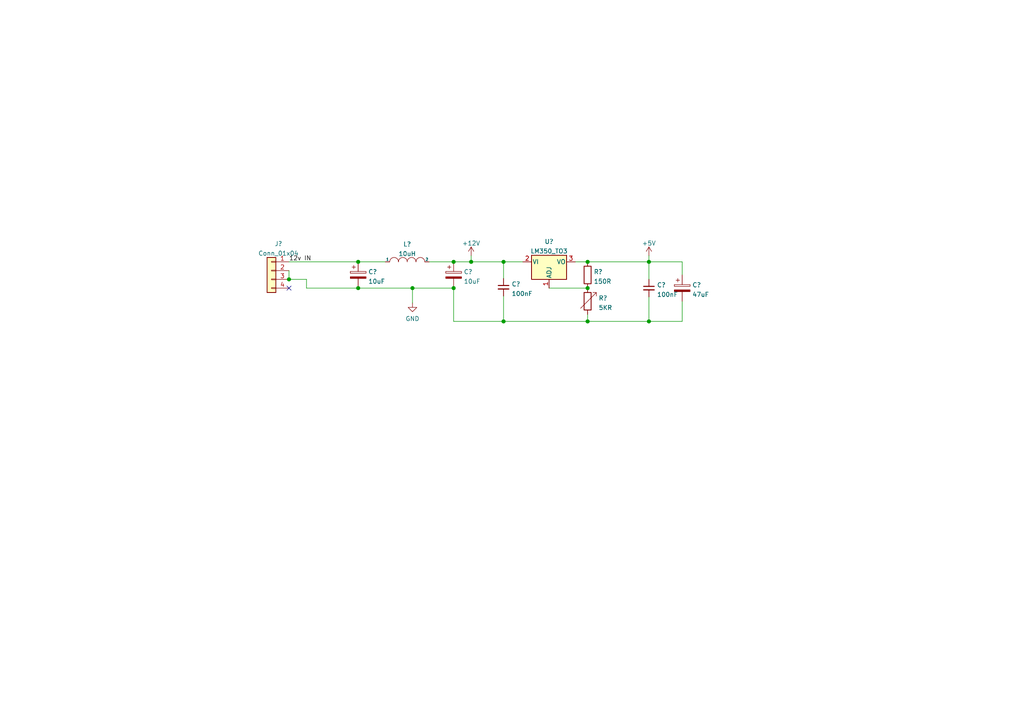
<source format=kicad_sch>
(kicad_sch (version 20210621) (generator eeschema)
  (paper "A4")
  (lib_symbols
    (symbol "Connector_Generic:Conn_01x04" (pin_names (offset 1.016) hide)
      (property "Reference" "J" (at 0 5.08 0))
      (property "Value" "Conn_01x04" (at 0 -7.62 0))
      (symbol "Conn_01x04_1_1"
        (rectangle (start -1.27 -4.953) (end 0 -5.207) (stroke (width 0.1524)))
        (rectangle (start -1.27 -2.413) (end 0 -2.667) (stroke (width 0.1524)))
        (rectangle (start -1.27 0.127) (end 0 -0.127) (stroke (width 0.1524)))
        (rectangle (start -1.27 2.667) (end 0 2.413) (stroke (width 0.1524)))
        (rectangle (start -1.27 3.81) (end 1.27 -6.35) (stroke (width 0.254)) (fill (type background)))
        (pin passive line (at -5.08 2.54 0) (length 3.81) (name "Pin_1") (number "1"))
        (pin passive line (at -5.08 0 0) (length 3.81) (name "Pin_2") (number "2"))
        (pin passive line (at -5.08 -2.54 0) (length 3.81) (name "Pin_3") (number "3"))
        (pin passive line (at -5.08 -5.08 0) (length 3.81) (name "Pin_4") (number "4"))
      )
    )
    (symbol "Device:CP" (pin_numbers hide) (pin_names (offset 0.254))
      (property "Reference" "C" (at 0.635 2.54 0))
      (property "Value" "CP" (at 0.635 -2.54 0))
      (symbol "CP_0_1"
        (rectangle (start -2.286 0.508) (end 2.286 1.016))
        (rectangle (start 2.286 -0.508) (end -2.286 -1.016) (fill (type outline)))
        (polyline (pts (xy -1.778 2.286) (xy -0.762 2.286)))
        (polyline (pts (xy -1.27 2.794) (xy -1.27 1.778)))
      )
      (symbol "CP_1_1"
        (pin passive line (at 0 3.81 270) (length 2.794) (name "~") (number "1"))
        (pin passive line (at 0 -3.81 90) (length 2.794) (name "~") (number "2"))
      )
    )
    (symbol "Device:C_Small" (pin_numbers hide) (pin_names (offset 0.254) hide)
      (property "Reference" "C" (at 0.254 1.778 0))
      (property "Value" "C_Small" (at 0.254 -2.032 0))
      (symbol "C_Small_0_1"
        (polyline (pts (xy -1.524 -0.508) (xy 1.524 -0.508)) (stroke (width 0.3302)))
        (polyline (pts (xy -1.524 0.508) (xy 1.524 0.508)) (stroke (width 0.3048)))
      )
      (symbol "C_Small_1_1"
        (pin passive line (at 0 2.54 270) (length 2.032) (name "~") (number "1"))
        (pin passive line (at 0 -2.54 90) (length 2.032) (name "~") (number "2"))
      )
    )
    (symbol "Device:R" (pin_numbers hide) (pin_names (offset 0))
      (property "Reference" "R" (at 2.032 0 90))
      (property "Value" "R" (at 0 0 90))
      (symbol "R_0_1"
        (rectangle (start -1.016 -2.54) (end 1.016 2.54) (stroke (width 0.254)))
      )
      (symbol "R_1_1"
        (pin passive line (at 0 3.81 270) (length 1.27) (name "~") (number "1"))
        (pin passive line (at 0 -3.81 90) (length 1.27) (name "~") (number "2"))
      )
    )
    (symbol "Device:R_Variable" (pin_numbers hide) (pin_names (offset 0))
      (property "Reference" "R" (at 2.54 -2.54 90))
      (property "Value" "R_Variable" (at -2.54 -1.27 90))
      (symbol "R_Variable_0_1"
        (rectangle (start -1.016 -2.54) (end 1.016 2.54) (stroke (width 0.254)))
        (polyline (pts (xy 2.54 1.524) (xy 2.54 2.54) (xy 1.524 2.54) (xy 2.54 2.54) (xy -2.032 -2.032)))
      )
      (symbol "R_Variable_1_1"
        (pin passive line (at 0 3.81 270) (length 1.27) (name "~") (number "1"))
        (pin passive line (at 0 -3.81 90) (length 1.27) (name "~") (number "2"))
      )
    )
    (symbol "Regulator_Linear:LM350_TO3" (pin_names (offset 0.254))
      (property "Reference" "U" (at -3.81 3.175 0))
      (property "Value" "LM350_TO3" (at 0 3.175 0))
      (symbol "LM350_TO3_0_1"
        (rectangle (start -5.08 1.905) (end 5.08 -5.08) (stroke (width 0.254)) (fill (type background)))
      )
      (symbol "LM350_TO3_1_1"
        (pin input line (at 0 -7.62 90) (length 2.54) (name "ADJ") (number "1"))
        (pin power_in line (at -7.62 0 0) (length 2.54) (name "VI") (number "2"))
        (pin power_out line (at 7.62 0 180) (length 2.54) (name "VO") (number "3"))
      )
    )
    (symbol "power:+12V" (power) (pin_names (offset 0))
      (property "Value" "+12V" (at 0 3.556 0))
      (symbol "+12V_0_1"
        (polyline (pts (xy -0.762 1.27) (xy 0 2.54)))
        (polyline (pts (xy 0 0) (xy 0 2.54)))
        (polyline (pts (xy 0 2.54) (xy 0.762 1.27)))
      )
      (symbol "+12V_1_1"
        (pin power_in line (at 0 0 90) (length 0) hide (name "+12V") (number "1"))
      )
    )
    (symbol "power:+5V" (power) (pin_names (offset 0))
      (property "Value" "+5V" (at 0 3.556 0))
      (symbol "+5V_0_1"
        (polyline (pts (xy -0.762 1.27) (xy 0 2.54)))
        (polyline (pts (xy 0 0) (xy 0 2.54)))
        (polyline (pts (xy 0 2.54) (xy 0.762 1.27)))
      )
      (symbol "+5V_1_1"
        (pin power_in line (at 0 0 90) (length 0) hide (name "+5V") (number "1"))
      )
    )
    (symbol "power:GND" (power) (pin_names (offset 0))
      (property "Value" "GND" (at 0 -3.81 0))
      (symbol "GND_0_1"
        (polyline (pts (xy 0 0) (xy 0 -1.27) (xy 1.27 -1.27) (xy 0 -2.54) (xy -1.27 -1.27) (xy 0 -1.27)))
      )
      (symbol "GND_1_1"
        (pin power_in line (at 0 0 270) (length 0) hide (name "GND") (number "1"))
      )
    )
    (symbol "pspice:INDUCTOR" (pin_numbers hide) (pin_names (offset 0))
      (property "Reference" "L" (at 0 2.54 0))
      (property "Value" "INDUCTOR" (at 0 -1.27 0))
      (symbol "INDUCTOR_0_1"
        (arc (start -2.54 0) (end -5.08 0) (radius (at -3.81 0) (length 1.27) (angles 0.1 179.9)))
        (arc (start 0 0) (end -2.54 0) (radius (at -1.27 0) (length 1.27) (angles 0.1 179.9)))
        (arc (start 2.54 0) (end 0 0) (radius (at 1.27 0) (length 1.27) (angles 0.1 179.9)))
        (arc (start 5.08 0) (end 2.54 0) (radius (at 3.81 0) (length 1.27) (angles 0.1 179.9)))
      )
      (symbol "INDUCTOR_1_1"
        (pin input line (at -6.35 0 0) (length 1.27) (name "1") (number "1"))
        (pin input line (at 6.35 0 180) (length 1.27) (name "2") (number "2"))
      )
    )
  )
  (junction (at 83.82 81.026) (diameter 1.016))
  (junction (at 103.886 75.946) (diameter 1.016))
  (junction (at 103.886 83.566) (diameter 1.016))
  (junction (at 119.634 83.566) (diameter 1.016))
  (junction (at 131.572 75.946) (diameter 1.016))
  (junction (at 131.572 83.566) (diameter 1.016))
  (junction (at 136.652 75.946) (diameter 1.016))
  (junction (at 146.05 75.946) (diameter 1.016))
  (junction (at 146.05 93.218) (diameter 1.016))
  (junction (at 170.434 75.946) (diameter 1.016))
  (junction (at 170.434 83.566) (diameter 1.016))
  (junction (at 170.434 93.218) (diameter 1.016))
  (junction (at 188.214 75.946) (diameter 1.016))
  (junction (at 188.214 93.218) (diameter 1.016))
  (no_connect (at 83.82 83.566))
  (wire (pts (xy 83.82 75.946) (xy 103.886 75.946)))
  (wire (pts (xy 83.82 78.486) (xy 83.82 81.026)))
  (wire (pts (xy 83.82 81.026) (xy 88.9 81.026)))
  (wire (pts (xy 88.9 81.026) (xy 88.9 83.566)))
  (wire (pts (xy 88.9 83.566) (xy 103.886 83.566)))
  (wire (pts (xy 103.886 75.946) (xy 111.76 75.946)))
  (wire (pts (xy 103.886 83.566) (xy 119.634 83.566)))
  (wire (pts (xy 119.634 83.566) (xy 119.634 87.884)))
  (wire (pts (xy 119.634 83.566) (xy 131.572 83.566)))
  (wire (pts (xy 124.46 75.946) (xy 131.572 75.946)))
  (wire (pts (xy 131.572 75.946) (xy 136.652 75.946)))
  (wire (pts (xy 131.572 83.566) (xy 131.572 93.218)))
  (wire (pts (xy 131.572 93.218) (xy 146.05 93.218)))
  (wire (pts (xy 136.652 74.168) (xy 136.652 75.946)))
  (wire (pts (xy 136.652 75.946) (xy 146.05 75.946)))
  (wire (pts (xy 146.05 75.946) (xy 146.05 80.772)))
  (wire (pts (xy 146.05 75.946) (xy 151.638 75.946)))
  (wire (pts (xy 146.05 85.852) (xy 146.05 93.218)))
  (wire (pts (xy 146.05 93.218) (xy 170.434 93.218)))
  (wire (pts (xy 159.258 83.566) (xy 170.434 83.566)))
  (wire (pts (xy 166.878 75.946) (xy 170.434 75.946)))
  (wire (pts (xy 170.434 75.946) (xy 188.214 75.946)))
  (wire (pts (xy 170.434 91.186) (xy 170.434 93.218)))
  (wire (pts (xy 170.434 93.218) (xy 188.214 93.218)))
  (wire (pts (xy 188.214 74.168) (xy 188.214 75.946)))
  (wire (pts (xy 188.214 75.946) (xy 188.214 81.026)))
  (wire (pts (xy 188.214 75.946) (xy 197.866 75.946)))
  (wire (pts (xy 188.214 86.106) (xy 188.214 93.218)))
  (wire (pts (xy 188.214 93.218) (xy 197.866 93.218)))
  (wire (pts (xy 197.866 75.946) (xy 197.866 79.756)))
  (wire (pts (xy 197.866 87.376) (xy 197.866 93.218)))
  (label "12v IN" (at 83.82 75.946 0))
  (symbol (lib_id "power:+12V") (at 136.652 74.168 0) (unit 1)
    (property "Reference" "#PWR?" (effects hide))
    (property "Value" "+12V" (at 136.652 70.5634 0))
  )
  (symbol (lib_id "power:+5V") (at 188.214 74.168 0) (unit 1)
    (property "Reference" "#PWR?" (effects hide))
    (property "Value" "+5V" (at 188.214 70.5634 0))
  )
  (symbol (lib_id "power:GND") (at 119.634 87.884 0) (unit 1)
    (property "Reference" "#PWR?" (effects hide))
    (property "Value" "GND" (at 119.634 92.4466 0))
  )
  (symbol (lib_id "Device:R") (at 170.434 79.756 0) (unit 1)
    (property "Reference" "R?" (at 172.2121 78.8475 0) (effects (justify left)))
    (property "Value" "150R" (at 172.2121 81.6226 0) (effects (justify left)))
    (property "Footprint" "Resistor_SMD:R_1206_3216Metric_Pad1.42x1.75mm_HandSolder" (effects hide))
  )
  (symbol (lib_id "Device:C_Small") (at 146.05 83.312 0) (unit 1)
    (property "Reference" "C?" (at 148.3742 82.4035 0) (effects (justify left)))
    (property "Value" "100nF" (at 148.3742 85.1786 0) (effects (justify left)))
    (property "Footprint" "Capacitor_SMD:C_1206_3216Metric_Pad1.33x1.80mm_HandSolder" (effects hide))
  )
  (symbol (lib_id "Device:C_Small") (at 188.214 83.566 0) (unit 1)
    (property "Reference" "C?" (at 190.5382 82.6575 0) (effects (justify left)))
    (property "Value" "100nF" (at 190.5382 85.4326 0) (effects (justify left)))
    (property "Footprint" "Capacitor_SMD:C_1206_3216Metric_Pad1.33x1.80mm_HandSolder" (effects hide))
  )
  (symbol (lib_id "pspice:INDUCTOR") (at 118.11 75.946 0) (unit 1)
    (property "Reference" "L?" (at 118.11 70.8364 0))
    (property "Value" "10uH" (at 118.11 73.6115 0))
    (property "Footprint" "Inductor_SMD:L_2010_5025Metric_Pad1.52x2.65mm_HandSolder" (effects hide))
  )
  (symbol (lib_id "Device:CP") (at 103.886 79.756 0) (unit 1)
    (property "Reference" "C?" (at 106.8071 78.8475 0) (effects (justify left)))
    (property "Value" "10uF" (at 106.8071 81.6226 0) (effects (justify left)))
    (property "Footprint" "Capacitor_Tantalum_SMD:CP_EIA-7343-15_Kemet-W_Pad2.25x2.55mm_HandSolder" (effects hide))
  )
  (symbol (lib_id "Device:CP") (at 131.572 79.756 0) (unit 1)
    (property "Reference" "C?" (at 134.4931 78.8475 0) (effects (justify left)))
    (property "Value" "10uF" (at 134.4931 81.6226 0) (effects (justify left)))
    (property "Footprint" "Capacitor_Tantalum_SMD:CP_EIA-7343-20_Kemet-V_Pad2.25x2.55mm_HandSolder" (effects hide))
  )
  (symbol (lib_id "Device:R_Variable") (at 170.434 87.376 0) (unit 1)
    (property "Reference" "R?" (at 173.6091 86.4675 0) (effects (justify left)))
    (property "Value" "5KR" (at 173.6091 89.2426 0) (effects (justify left)))
    (property "Footprint" "Resistor_SMD:R_1206_3216Metric_Pad1.42x1.75mm_HandSolder" (effects hide))
  )
  (symbol (lib_id "Device:CP") (at 197.866 83.566 0) (unit 1)
    (property "Reference" "C?" (at 200.7871 82.6575 0) (effects (justify left)))
    (property "Value" "47uF" (at 200.7871 85.4326 0) (effects (justify left)))
    (property "Footprint" "Capacitor_Tantalum_SMD:CP_EIA-7361-38_AVX-V_Pad2.18x3.30mm_HandSolder" (effects hide))
  )
  (symbol (lib_id "Connector_Generic:Conn_01x04") (at 78.74 78.486 0) (mirror y) (unit 1)
    (property "Reference" "J?" (at 80.772 70.7094 0))
    (property "Value" "Conn_01x04" (at 80.772 73.4845 0))
    (property "Footprint" "Connector_PinHeader_2.54mm:PinHeader_1x04_P2.54mm_Vertical" (effects hide))
  )
  (symbol (lib_id "Regulator_Linear:LM350_TO3") (at 159.258 75.946 0) (unit 1)
    (property "Reference" "U?" (at 159.258 70.0744 0))
    (property "Value" "LM350_TO3" (at 159.258 72.8495 0))
    (property "Footprint" "Package_TO_SOT_THT:TO-220-3_Horizontal_TabDown" (effects hide))
    (property "Datasheet" "http://www.ti.com/lit/ds/symlink/lm350a.pdf" (effects hide))
  )
)
</source>
